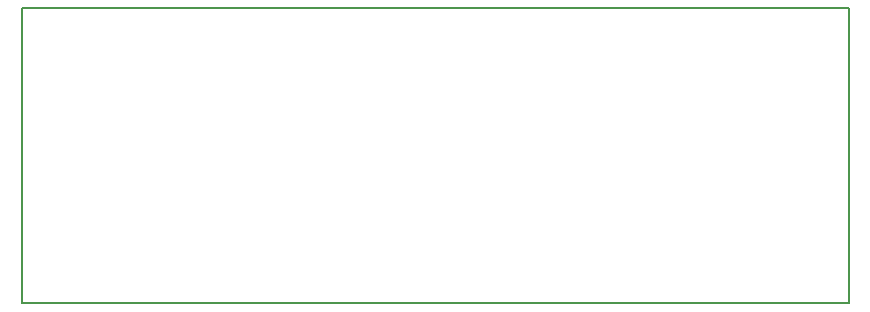
<source format=gbr>
%TF.GenerationSoftware,KiCad,Pcbnew,7.0.10*%
%TF.CreationDate,2024-04-17T13:25:17+09:00*%
%TF.ProjectId,HD-AK4316,48442d41-4b34-4333-9136-2e6b69636164,rev?*%
%TF.SameCoordinates,PX7735940PY47868c0*%
%TF.FileFunction,Profile,NP*%
%FSLAX46Y46*%
G04 Gerber Fmt 4.6, Leading zero omitted, Abs format (unit mm)*
G04 Created by KiCad (PCBNEW 7.0.10) date 2024-04-17 13:25:17*
%MOMM*%
%LPD*%
G01*
G04 APERTURE LIST*
%TA.AperFunction,Profile*%
%ADD10C,0.200000*%
%TD*%
G04 APERTURE END LIST*
D10*
X0Y25000000D02*
X70000000Y25000000D01*
X70000000Y0D01*
X0Y0D01*
X0Y25000000D01*
M02*

</source>
